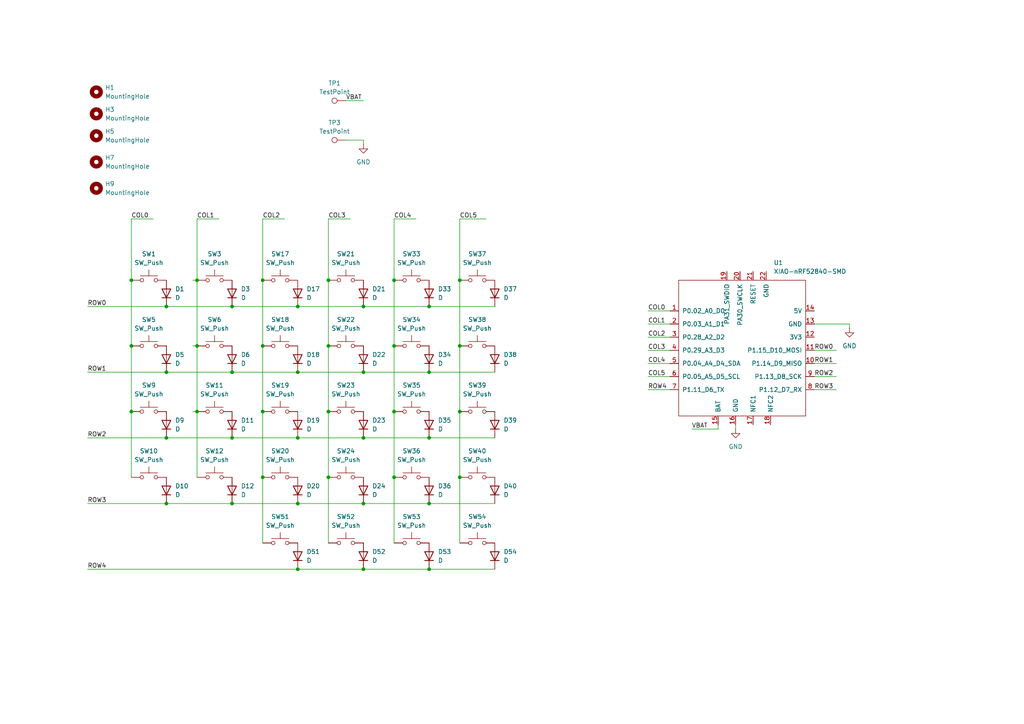
<source format=kicad_sch>
(kicad_sch (version 20250114) (generator "eeschema") (generator_version "9.0")
  (paper "A4")
  (lib_symbols
    (symbol "Connector:TestPoint" (pin_numbers (hide yes)) (pin_names (offset 0.762) (hide yes))
      (property "Reference" "TP" (at 0 6.858 0))
      (property "Value" "TestPoint" (at 0 5.08 0))
      (symbol "TestPoint_0_1"
        (circle (center 0 3.302) (radius 0.762))
      )
      (symbol "TestPoint_1_1"
        (pin passive line (at 0 0 90) (length 2.54) (name "1") (number "1"))
      )
    )
    (symbol "Device:D" (pin_numbers (hide yes)) (pin_names (offset 1.016) (hide yes))
      (property "Reference" "D" (at 0 2.54 0))
      (property "Value" "D" (at 0 -2.54 0))
      (symbol "D_0_1"
        (polyline (pts (xy -1.27 1.27) (xy -1.27 -1.27)) (stroke (width 0.254)))
        (polyline (pts (xy 1.27 1.27) (xy 1.27 -1.27) (xy -1.27 0) (xy 1.27 1.27)) (stroke (width 0.254)))
        (polyline (pts (xy 1.27 0) (xy -1.27 0)))
      )
      (symbol "D_1_1"
        (pin passive line (at -3.81 0 0) (length 2.54) (name "K") (number "1"))
        (pin passive line (at 3.81 0 180) (length 2.54) (name "A") (number "2"))
      )
    )
    (symbol "Mechanical:MountingHole" (pin_names (offset 1.016)) (in_bom no)
      (property "Reference" "H" (at 0 5.08 0))
      (property "Value" "MountingHole" (at 0 3.175 0))
      (symbol "MountingHole_0_1"
        (circle (center 0 0) (radius 1.27) (stroke (width 1.27)))
      )
    )
    (symbol "OPL:XIAO-nRF52840-SMD" (pin_names (offset 1.016))
      (property "Reference" "U" (at -18.542 23.114 0))
      (property "Value" "XIAO-nRF52840-SMD" (at -8.636 21.336 0))
      (symbol "XIAO-nRF52840-SMD_0_1"
        (rectangle (start -19.05 20.32) (end 17.78 -19.05))
      )
      (symbol "XIAO-nRF52840-SMD_1_1"
        (pin passive line (at -21.59 11.43 0) (length 2.54) (name "P0.02_A0_D0") (number "1"))
        (pin passive line (at -21.59 7.62 0) (length 2.54) (name "P0.03_A1_D1") (number "2"))
        (pin passive line (at -21.59 3.81 0) (length 2.54) (name "P0.28_A2_D2") (number "3"))
        (pin passive line (at -21.59 0 0) (length 2.54) (name "P0.29_A3_D3") (number "4"))
        (pin passive line (at -21.59 -3.81 0) (length 2.54) (name "P0.04_A4_D4_SDA") (number "5"))
        (pin passive line (at -21.59 -7.62 0) (length 2.54) (name "P0.05_A5_D5_SCL") (number "6"))
        (pin passive line (at -21.59 -11.43 0) (length 2.54) (name "P1.11_D6_TX") (number "7"))
        (pin passive line (at -7.62 -21.59 90) (length 2.54) (name "BAT") (number "15"))
        (pin passive line (at -5.08 22.86 270) (length 2.54) (name "PA31_SWDIO") (number "19"))
        (pin passive line (at -2.54 -21.59 90) (length 2.54) (name "GND") (number "16"))
        (pin passive line (at -1.27 22.86 270) (length 2.54) (name "PA30_SWCLK") (number "20"))
        (pin passive line (at 2.54 22.86 270) (length 2.54) (name "RESET") (number "21"))
        (pin passive line (at 2.54 -21.59 90) (length 2.54) (name "NFC1") (number "17"))
        (pin passive line (at 6.35 22.86 270) (length 2.54) (name "GND") (number "22"))
        (pin passive line (at 7.62 -21.59 90) (length 2.54) (name "NFC2") (number "18"))
        (pin passive line (at 20.32 11.43 180) (length 2.54) (name "5V") (number "14"))
        (pin passive line (at 20.32 7.62 180) (length 2.54) (name "GND") (number "13"))
        (pin passive line (at 20.32 3.81 180) (length 2.54) (name "3V3") (number "12"))
        (pin passive line (at 20.32 0 180) (length 2.54) (name "P1.15_D10_MOSI") (number "11"))
        (pin passive line (at 20.32 -3.81 180) (length 2.54) (name "P1.14_D9_MISO") (number "10"))
        (pin passive line (at 20.32 -7.62 180) (length 2.54) (name "P1.13_D8_SCK") (number "9"))
        (pin passive line (at 20.32 -11.43 180) (length 2.54) (name "P1.12_D7_RX") (number "8"))
      )
    )
    (symbol "Switch:SW_Push" (pin_numbers (hide yes)) (pin_names (offset 1.016) (hide yes))
      (property "Reference" "SW" (at 1.27 2.54 0))
      (property "Value" "SW_Push" (at 0 -1.524 0))
      (symbol "SW_Push_0_1"
        (circle (center -2.032 0) (radius 0.508))
        (polyline (pts (xy 0 1.27) (xy 0 3.048)))
        (circle (center 2.032 0) (radius 0.508))
        (polyline (pts (xy 2.54 1.27) (xy -2.54 1.27)))
        (pin passive line (at -5.08 0 0) (length 2.54) (name "1") (number "1"))
        (pin passive line (at 5.08 0 180) (length 2.54) (name "2") (number "2"))
      )
    )
    (symbol "power:GND" (power) (pin_numbers (hide yes)) (pin_names (offset 0) (hide yes))
      (property "Value" "GND" (at 0 -3.81 0))
      (symbol "GND_0_1"
        (polyline (pts (xy 0 0) (xy 0 -1.27) (xy 1.27 -1.27) (xy 0 -2.54) (xy -1.27 -1.27) (xy 0 -1.27)))
      )
      (symbol "GND_1_1"
        (pin power_in line (at 0 0 270) (length 0) (name "~") (number "1"))
      )
    )
  )
  (junction (at 114.3 138.43))
  (junction (at 38.1 81.28))
  (junction (at 114.3 81.28))
  (junction (at 48.26 88.9))
  (junction (at 76.2 81.28))
  (junction (at 95.25 81.28))
  (junction (at 57.15 119.38))
  (junction (at 57.15 81.28))
  (junction (at 114.3 119.38))
  (junction (at 124.46 146.05))
  (junction (at 48.26 107.95))
  (junction (at 38.1 100.33))
  (junction (at 86.36 165.1))
  (junction (at 95.25 138.43))
  (junction (at 86.36 127))
  (junction (at 133.35 81.28))
  (junction (at 57.15 100.33))
  (junction (at 67.31 127))
  (junction (at 95.25 119.38))
  (junction (at 76.2 138.43))
  (junction (at 67.31 146.05))
  (junction (at 124.46 88.9))
  (junction (at 133.35 119.38))
  (junction (at 133.35 138.43))
  (junction (at 114.3 100.33))
  (junction (at 124.46 127))
  (junction (at 105.41 107.95))
  (junction (at 133.35 100.33))
  (junction (at 48.26 146.05))
  (junction (at 124.46 165.1))
  (junction (at 86.36 107.95))
  (junction (at 76.2 100.33))
  (junction (at 105.41 165.1))
  (junction (at 124.46 107.95))
  (junction (at 48.26 127))
  (junction (at 67.31 88.9))
  (junction (at 105.41 127))
  (junction (at 105.41 88.9))
  (junction (at 76.2 119.38))
  (junction (at 38.1 119.38))
  (junction (at 86.36 88.9))
  (junction (at 95.25 100.33))
  (junction (at 105.41 146.05))
  (junction (at 86.36 146.05))
  (junction (at 67.31 107.95))
  (wire (pts (xy 105.41 127) (xy 124.46 127)))
  (wire (pts (xy 213.36 123.19) (xy 213.36 124.46)))
  (wire (pts (xy 67.31 127) (xy 86.36 127)))
  (wire (pts (xy 187.96 109.22) (xy 194.31 109.22)))
  (wire (pts (xy 105.41 107.95) (xy 124.46 107.95)))
  (wire (pts (xy 57.15 100.33) (xy 57.15 81.28)))
  (wire (pts (xy 187.96 93.98) (xy 194.31 93.98)))
  (wire (pts (xy 76.2 81.28) (xy 76.2 63.5)))
  (wire (pts (xy 124.46 88.9) (xy 143.51 88.9)))
  (wire (pts (xy 187.96 101.6) (xy 194.31 101.6)))
  (wire (pts (xy 76.2 138.43) (xy 76.2 157.48)))
  (wire (pts (xy 114.3 81.28) (xy 114.3 63.5)))
  (wire (pts (xy 133.35 138.43) (xy 133.35 157.48)))
  (wire (pts (xy 95.25 81.28) (xy 95.25 63.5)))
  (wire (pts (xy 25.4 88.9) (xy 48.26 88.9)))
  (wire (pts (xy 25.4 107.95) (xy 48.26 107.95)))
  (wire (pts (xy 124.46 165.1) (xy 143.51 165.1)))
  (wire (pts (xy 57.15 81.28) (xy 55.88 81.28)))
  (wire (pts (xy 236.22 101.6) (xy 242.57 101.6)))
  (wire (pts (xy 133.35 119.38) (xy 133.35 100.33)))
  (wire (pts (xy 105.41 40.64) (xy 105.41 41.91)))
  (wire (pts (xy 57.15 119.38) (xy 57.15 100.33)))
  (wire (pts (xy 124.46 146.05) (xy 143.51 146.05)))
  (wire (pts (xy 236.22 113.03) (xy 242.57 113.03)))
  (wire (pts (xy 105.41 146.05) (xy 124.46 146.05)))
  (wire (pts (xy 95.25 119.38) (xy 95.25 100.33)))
  (wire (pts (xy 76.2 138.43) (xy 76.2 119.38)))
  (wire (pts (xy 133.35 138.43) (xy 133.35 119.38)))
  (wire (pts (xy 208.28 123.19) (xy 208.28 124.46)))
  (wire (pts (xy 105.41 88.9) (xy 124.46 88.9)))
  (wire (pts (xy 133.35 100.33) (xy 133.35 81.28)))
  (wire (pts (xy 86.36 88.9) (xy 105.41 88.9)))
  (wire (pts (xy 95.25 100.33) (xy 95.25 81.28)))
  (wire (pts (xy 200.66 124.46) (xy 208.28 124.46)))
  (wire (pts (xy 48.26 107.95) (xy 67.31 107.95)))
  (wire (pts (xy 38.1 138.43) (xy 38.1 119.38)))
  (wire (pts (xy 124.46 107.95) (xy 143.51 107.95)))
  (wire (pts (xy 114.3 63.5) (xy 120.65 63.5)))
  (wire (pts (xy 57.15 138.43) (xy 57.15 119.38)))
  (wire (pts (xy 246.38 93.98) (xy 236.22 93.98)))
  (wire (pts (xy 86.36 165.1) (xy 105.41 165.1)))
  (wire (pts (xy 95.25 138.43) (xy 95.25 119.38)))
  (wire (pts (xy 236.22 109.22) (xy 242.57 109.22)))
  (wire (pts (xy 236.22 105.41) (xy 242.57 105.41)))
  (wire (pts (xy 114.3 138.43) (xy 114.3 119.38)))
  (wire (pts (xy 187.96 97.79) (xy 194.31 97.79)))
  (wire (pts (xy 246.38 95.25) (xy 246.38 93.98)))
  (wire (pts (xy 100.33 40.64) (xy 105.41 40.64)))
  (wire (pts (xy 25.4 165.1) (xy 86.36 165.1)))
  (wire (pts (xy 86.36 127) (xy 105.41 127)))
  (wire (pts (xy 76.2 63.5) (xy 82.55 63.5)))
  (wire (pts (xy 133.35 63.5) (xy 140.97 63.5)))
  (wire (pts (xy 57.15 100.33) (xy 55.88 100.33)))
  (wire (pts (xy 25.4 127) (xy 48.26 127)))
  (wire (pts (xy 38.1 100.33) (xy 38.1 81.28)))
  (wire (pts (xy 95.25 138.43) (xy 95.25 157.48)))
  (wire (pts (xy 67.31 146.05) (xy 86.36 146.05)))
  (wire (pts (xy 76.2 100.33) (xy 76.2 81.28)))
  (wire (pts (xy 86.36 146.05) (xy 105.41 146.05)))
  (wire (pts (xy 114.3 138.43) (xy 114.3 157.48)))
  (wire (pts (xy 38.1 119.38) (xy 38.1 100.33)))
  (wire (pts (xy 48.26 146.05) (xy 67.31 146.05)))
  (wire (pts (xy 187.96 113.03) (xy 194.31 113.03)))
  (wire (pts (xy 95.25 63.5) (xy 101.6 63.5)))
  (wire (pts (xy 48.26 88.9) (xy 67.31 88.9)))
  (wire (pts (xy 105.41 165.1) (xy 124.46 165.1)))
  (wire (pts (xy 38.1 81.28) (xy 38.1 63.5)))
  (wire (pts (xy 114.3 119.38) (xy 114.3 100.33)))
  (wire (pts (xy 57.15 63.5) (xy 63.5 63.5)))
  (wire (pts (xy 187.96 105.41) (xy 194.31 105.41)))
  (wire (pts (xy 100.33 29.21) (xy 105.41 29.21)))
  (wire (pts (xy 187.96 90.17) (xy 194.31 90.17)))
  (wire (pts (xy 57.15 119.38) (xy 55.88 119.38)))
  (wire (pts (xy 57.15 63.5) (xy 57.15 81.28)))
  (wire (pts (xy 67.31 88.9) (xy 86.36 88.9)))
  (wire (pts (xy 48.26 127) (xy 67.31 127)))
  (wire (pts (xy 114.3 100.33) (xy 114.3 81.28)))
  (wire (pts (xy 86.36 107.95) (xy 105.41 107.95)))
  (wire (pts (xy 67.31 107.95) (xy 86.36 107.95)))
  (wire (pts (xy 76.2 119.38) (xy 76.2 100.33)))
  (wire (pts (xy 38.1 63.5) (xy 44.45 63.5)))
  (wire (pts (xy 124.46 127) (xy 143.51 127)))
  (wire (pts (xy 25.4 146.05) (xy 48.26 146.05)))
  (wire (pts (xy 133.35 81.28) (xy 133.35 63.5)))
  (label "COL4" (at 114.3 63.5 0))
  (label "COL0" (at 187.96 90.17 0))
  (label "ROW0" (at 25.4 88.9 0))
  (label "ROW4" (at 25.4 165.1 0))
  (label "ROW0" (at 236.22 101.6 0))
  (label "ROW4" (at 187.96 113.03 0))
  (label "VBAT" (at 200.66 124.46 0))
  (label "COL5" (at 187.96 109.22 0))
  (label "ROW1" (at 25.4 107.95 0))
  (label "COL5" (at 133.35 63.5 0))
  (label "ROW3" (at 25.4 146.05 0))
  (label "ROW2" (at 236.22 109.22 0))
  (label "COL1" (at 57.15 63.5 0))
  (label "COL2" (at 187.96 97.79 0))
  (label "COL3" (at 95.25 63.5 0))
  (label "VBAT" (at 100.33 29.21 0))
  (label "COL4" (at 187.96 105.41 0))
  (label "ROW2" (at 25.4 127 0))
  (label "COL1" (at 187.96 93.98 0))
  (label "ROW3" (at 236.22 113.03 0))
  (label "ROW1" (at 236.22 105.41 0))
  (label "COL2" (at 76.2 63.5 0))
  (label "COL0" (at 38.1 63.5 0))
  (label "COL3" (at 187.96 101.6 0))
  (symbol (lib_id "Switch:SW_Push") (at 100.33 119.38 0) (unit 1)
    (property "Reference" "SW23" (at 100.33 111.76 0))
    (property "Value" "SW_Push" (at 100.33 114.3 0))
    (property "Footprint" "PCM_marbastlib-choc:SW_choc_v1_HS_CPG135001S30_1u" (effects (hide yes)))
    (property "Description" "Push button switch, generic, two pins" (effects (hide yes)))
    (instances (project "VoyagerSplitKicad" (path "" (reference "SW23") (unit 1)) (path "" (reference "SW31") (unit 1))))
  )
  (symbol (lib_id "Switch:SW_Push") (at 138.43 157.48 0) (unit 1)
    (property "Reference" "SW54" (at 138.43 149.86 0))
    (property "Value" "SW_Push" (at 138.43 152.4 0))
    (property "Footprint" "PCM_marbastlib-choc:SW_choc_v1_HS_CPG135001S30_1u" (effects (hide yes)))
    (property "Description" "Push button switch, generic, two pins" (effects (hide yes)))
    (instances (project "VoyagerSplitKicad" (path "" (reference "SW54") (unit 1)) (path "" (reference "SW60") (unit 1))))
  )
  (symbol (lib_id "Switch:SW_Push") (at 119.38 81.28 0) (unit 1)
    (property "Reference" "SW33" (at 119.38 73.66 0))
    (property "Value" "SW_Push" (at 119.38 76.2 0))
    (property "Footprint" "PCM_marbastlib-choc:SW_choc_v1_HS_CPG135001S30_1u" (effects (hide yes)))
    (property "Description" "Push button switch, generic, two pins" (effects (hide yes)))
    (instances (project "VoyagerSplitKicad" (path "" (reference "SW33") (unit 1)) (path "" (reference "SW41") (unit 1))))
  )
  (symbol (lib_id "Device:D") (at 67.31 85.09 90) (unit 1)
    (property "Reference" "D3" (at 69.85 83.8199 90) (effects (justify right)))
    (property "Value" "D" (at 69.85 86.3599 90) (effects (justify right)))
    (property "Footprint" "Diode_SMD:D_SOD-123" (effects (hide yes)))
    (property "Description" "Diode" (effects (hide yes)))
    (property "Sim.Device" "D" (effects (hide yes)))
    (property "Sim.Pins" "1=K 2=A" (effects (hide yes)))
    (instances (project "VoyagerSplitKicad" (path "" (reference "D3") (unit 1)) (path "" (reference "D4") (unit 1))))
  )
  (symbol (lib_id "Switch:SW_Push") (at 81.28 157.48 0) (unit 1)
    (property "Reference" "SW51" (at 81.28 149.86 0))
    (property "Value" "SW_Push" (at 81.28 152.4 0))
    (property "Footprint" "PCM_marbastlib-choc:SW_choc_v1_HS_CPG135001S30_1u" (effects (hide yes)))
    (property "Description" "Push button switch, generic, two pins" (effects (hide yes)))
    (instances (project "VoyagerSplitKicad" (path "" (reference "SW51") (unit 1)) (path "" (reference "SW57") (unit 1))))
  )
  (symbol (lib_id "Device:D") (at 48.26 123.19 90) (unit 1)
    (property "Reference" "D9" (at 50.8 121.9199 90) (effects (justify right)))
    (property "Value" "D" (at 50.8 124.4599 90) (effects (justify right)))
    (property "Footprint" "Diode_SMD:D_SOD-123" (effects (hide yes)))
    (property "Description" "Diode" (effects (hide yes)))
    (property "Sim.Device" "D" (effects (hide yes)))
    (property "Sim.Pins" "1=K 2=A" (effects (hide yes)))
    (instances (project "VoyagerSplitKicad" (path "" (reference "D9") (unit 1)) (path "" (reference "D13") (unit 1))))
  )
  (symbol (lib_id "Device:D") (at 124.46 161.29 90) (unit 1)
    (property "Reference" "D53" (at 127 160.0199 90) (effects (justify right)))
    (property "Value" "D" (at 127 162.5599 90) (effects (justify right)))
    (property "Footprint" "Diode_SMD:D_SOD-123" (effects (hide yes)))
    (property "Description" "Diode" (effects (hide yes)))
    (property "Sim.Device" "D" (effects (hide yes)))
    (property "Sim.Pins" "1=K 2=A" (effects (hide yes)))
    (instances (project "VoyagerSplitKicad" (path "" (reference "D53") (unit 1)) (path "" (reference "D59") (unit 1))))
  )
  (symbol (lib_id "Device:D") (at 105.41 85.09 90) (unit 1)
    (property "Reference" "D21" (at 107.95 83.8199 90) (effects (justify right)))
    (property "Value" "D" (at 107.95 86.3599 90) (effects (justify right)))
    (property "Footprint" "Diode_SMD:D_SOD-123" (effects (hide yes)))
    (property "Description" "Diode" (effects (hide yes)))
    (property "Sim.Device" "D" (effects (hide yes)))
    (property "Sim.Pins" "1=K 2=A" (effects (hide yes)))
    (instances (project "VoyagerSplitKicad" (path "" (reference "D21") (unit 1)) (path "" (reference "D29") (unit 1))))
  )
  (symbol (lib_id "Connector:TestPoint") (at 100.33 29.21 90) (unit 1)
    (property "Reference" "TP1" (at 97.028 24.13 90))
    (property "Value" "TestPoint" (at 97.028 26.67 90))
    (property "Footprint" "TestPoint:TestPoint_Pad_D2.0mm" (effects (hide yes)))
    (property "Description" "test point" (effects (hide yes)))
    (instances (project "" (path "" (reference "TP1") (unit 1)) (path "" (reference "TP2") (unit 1))))
  )
  (symbol (lib_id "Switch:SW_Push") (at 138.43 138.43 0) (unit 1)
    (property "Reference" "SW40" (at 138.43 130.81 0))
    (property "Value" "SW_Push" (at 138.43 133.35 0))
    (property "Footprint" "PCM_marbastlib-choc:SW_choc_v1_HS_CPG135001S30_1u" (effects (hide yes)))
    (property "Description" "Push button switch, generic, two pins" (effects (hide yes)))
    (instances (project "VoyagerSplitKicad" (path "" (reference "SW40") (unit 1)) (path "" (reference "SW48") (unit 1))))
  )
  (symbol (lib_id "Device:D") (at 86.36 85.09 90) (unit 1)
    (property "Reference" "D17" (at 88.9 83.8199 90) (effects (justify right)))
    (property "Value" "D" (at 88.9 86.3599 90) (effects (justify right)))
    (property "Footprint" "Diode_SMD:D_SOD-123" (effects (hide yes)))
    (property "Description" "Diode" (effects (hide yes)))
    (property "Sim.Device" "D" (effects (hide yes)))
    (property "Sim.Pins" "1=K 2=A" (effects (hide yes)))
    (instances (project "VoyagerSplitKicad" (path "" (reference "D17") (unit 1)) (path "" (reference "D25") (unit 1))))
  )
  (symbol (lib_id "Device:D") (at 67.31 123.19 90) (unit 1)
    (property "Reference" "D11" (at 69.85 121.9199 90) (effects (justify right)))
    (property "Value" "D" (at 69.85 124.4599 90) (effects (justify right)))
    (property "Footprint" "Diode_SMD:D_SOD-123" (effects (hide yes)))
    (property "Description" "Diode" (effects (hide yes)))
    (property "Sim.Device" "D" (effects (hide yes)))
    (property "Sim.Pins" "1=K 2=A" (effects (hide yes)))
    (instances (project "VoyagerSplitKicad" (path "" (reference "D11") (unit 1)) (path "" (reference "D15") (unit 1))))
  )
  (symbol (lib_id "Switch:SW_Push") (at 100.33 100.33 0) (unit 1)
    (property "Reference" "SW22" (at 100.33 92.71 0))
    (property "Value" "SW_Push" (at 100.33 95.25 0))
    (property "Footprint" "PCM_marbastlib-choc:SW_choc_v1_HS_CPG135001S30_1u" (effects (hide yes)))
    (property "Description" "Push button switch, generic, two pins" (effects (hide yes)))
    (instances (project "VoyagerSplitKicad" (path "" (reference "SW22") (unit 1)) (path "" (reference "SW30") (unit 1))))
  )
  (symbol (lib_id "Mechanical:MountingHole") (at 27.94 33.02 0) (unit 1) (in_bom no)
    (property "Reference" "H3" (at 30.48 31.7499 0) (effects (justify left)))
    (property "Value" "MountingHole" (at 30.48 34.2899 0) (effects (justify left)))
    (property "Footprint" "MountingHole:MountingHole_2.2mm_M2" (effects (hide yes)))
    (property "Description" "Mounting Hole without connection" (effects (hide yes)))
    (instances (project "VoyagerSplitKicad" (path "" (reference "H3") (unit 1)) (path "" (reference "H4") (unit 1))))
  )
  (symbol (lib_id "Device:D") (at 124.46 123.19 90) (unit 1)
    (property "Reference" "D35" (at 127 121.9199 90) (effects (justify right)))
    (property "Value" "D" (at 127 124.4599 90) (effects (justify right)))
    (property "Footprint" "Diode_SMD:D_SOD-123" (effects (hide yes)))
    (property "Description" "Diode" (effects (hide yes)))
    (property "Sim.Device" "D" (effects (hide yes)))
    (property "Sim.Pins" "1=K 2=A" (effects (hide yes)))
    (instances (project "VoyagerSplitKicad" (path "" (reference "D35") (unit 1)) (path "" (reference "D43") (unit 1))))
  )
  (symbol (lib_id "Mechanical:MountingHole") (at 27.94 46.99 0) (unit 1) (in_bom no)
    (property "Reference" "H7" (at 30.48 45.7199 0) (effects (justify left)))
    (property "Value" "MountingHole" (at 30.48 48.2599 0) (effects (justify left)))
    (property "Footprint" "MountingHole:MountingHole_2.2mm_M2" (effects (hide yes)))
    (property "Description" "Mounting Hole without connection" (effects (hide yes)))
    (instances (project "VoyagerSplitKicad" (path "" (reference "H7") (unit 1)) (path "" (reference "H8") (unit 1))))
  )
  (symbol (lib_id "Switch:SW_Push") (at 43.18 100.33 0) (unit 1)
    (property "Reference" "SW5" (at 43.18 92.71 0))
    (property "Value" "SW_Push" (at 43.18 95.25 0))
    (property "Footprint" "PCM_marbastlib-choc:SW_choc_v1_HS_CPG135001S30_1u" (effects (hide yes)))
    (property "Description" "Push button switch, generic, two pins" (effects (hide yes)))
    (instances (project "VoyagerSplitKicad" (path "" (reference "SW5") (unit 1)) (path "" (reference "SW7") (unit 1))))
  )
  (symbol (lib_id "Device:D") (at 143.51 104.14 90) (unit 1)
    (property "Reference" "D38" (at 146.05 102.8699 90) (effects (justify right)))
    (property "Value" "D" (at 146.05 105.4099 90) (effects (justify right)))
    (property "Footprint" "Diode_SMD:D_SOD-123" (effects (hide yes)))
    (property "Description" "Diode" (effects (hide yes)))
    (property "Sim.Device" "D" (effects (hide yes)))
    (property "Sim.Pins" "1=K 2=A" (effects (hide yes)))
    (instances (project "VoyagerSplitKicad" (path "" (reference "D38") (unit 1)) (path "" (reference "D46") (unit 1))))
  )
  (symbol (lib_id "power:GND") (at 213.36 124.46 0) (unit 1)
    (property "Reference" "#PWR03" (effects (hide yes)))
    (property "Value" "GND" (at 213.36 129.54 0))
    (property "Description" "Power symbol creates a global label with name \"GND\" , ground" (effects (hide yes)))
    (instances (project "VoyagerSplitKicad" (path "" (reference "#PWR03") (unit 1)) (path "" (reference "#PWR04") (unit 1))))
  )
  (symbol (lib_id "OPL:XIAO-nRF52840-SMD") (at 215.9 101.6 0) (unit 1)
    (property "Reference" "U1" (at 224.3933 76.2 0) (effects (justify left)))
    (property "Value" "XIAO-nRF52840-SMD" (at 224.3933 78.74 0) (effects (justify left)))
    (property "Footprint" "Seeed Studio XIAO Series Library:modified-XIAO-nRF52840-SMD" (effects (hide yes)))
    (instances (project "" (path "" (reference "U1") (unit 1)) (path "" (reference "U2") (unit 1))))
  )
  (symbol (lib_id "Device:D") (at 105.41 123.19 90) (unit 1)
    (property "Reference" "D23" (at 107.95 121.9199 90) (effects (justify right)))
    (property "Value" "D" (at 107.95 124.4599 90) (effects (justify right)))
    (property "Footprint" "Diode_SMD:D_SOD-123" (effects (hide yes)))
    (property "Description" "Diode" (effects (hide yes)))
    (property "Sim.Device" "D" (effects (hide yes)))
    (property "Sim.Pins" "1=K 2=A" (effects (hide yes)))
    (instances (project "VoyagerSplitKicad" (path "" (reference "D23") (unit 1)) (path "" (reference "D31") (unit 1))))
  )
  (symbol (lib_id "Connector:TestPoint") (at 100.33 40.64 90) (unit 1)
    (property "Reference" "TP3" (at 97.028 35.56 90))
    (property "Value" "TestPoint" (at 97.028 38.1 90))
    (property "Footprint" "TestPoint:TestPoint_Pad_D2.0mm" (effects (hide yes)))
    (property "Description" "test point" (effects (hide yes)))
    (instances (project "VoyagerSplitKicad" (path "" (reference "TP3") (unit 1)) (path "" (reference "TP4") (unit 1))))
  )
  (symbol (lib_id "Switch:SW_Push") (at 81.28 138.43 0) (unit 1)
    (property "Reference" "SW20" (at 81.28 130.81 0))
    (property "Value" "SW_Push" (at 81.28 133.35 0))
    (property "Footprint" "PCM_marbastlib-choc:SW_choc_v1_HS_CPG135001S30_1u" (effects (hide yes)))
    (property "Description" "Push button switch, generic, two pins" (effects (hide yes)))
    (instances (project "VoyagerSplitKicad" (path "" (reference "SW20") (unit 1)) (path "" (reference "SW28") (unit 1))))
  )
  (symbol (lib_id "Mechanical:MountingHole") (at 27.94 26.67 0) (unit 1) (in_bom no)
    (property "Reference" "H1" (at 30.48 25.3999 0) (effects (justify left)))
    (property "Value" "MountingHole" (at 30.48 27.9399 0) (effects (justify left)))
    (property "Footprint" "MountingHole:MountingHole_2.2mm_M2" (effects (hide yes)))
    (property "Description" "Mounting Hole without connection" (effects (hide yes)))
    (instances (project "" (path "" (reference "H1") (unit 1)) (path "" (reference "H2") (unit 1))))
  )
  (symbol (lib_id "Device:D") (at 124.46 104.14 90) (unit 1)
    (property "Reference" "D34" (at 127 102.8699 90) (effects (justify right)))
    (property "Value" "D" (at 127 105.4099 90) (effects (justify right)))
    (property "Footprint" "Diode_SMD:D_SOD-123" (effects (hide yes)))
    (property "Description" "Diode" (effects (hide yes)))
    (property "Sim.Device" "D" (effects (hide yes)))
    (property "Sim.Pins" "1=K 2=A" (effects (hide yes)))
    (instances (project "VoyagerSplitKicad" (path "" (reference "D34") (unit 1)) (path "" (reference "D42") (unit 1))))
  )
  (symbol (lib_id "Switch:SW_Push") (at 138.43 100.33 0) (unit 1)
    (property "Reference" "SW38" (at 138.43 92.71 0))
    (property "Value" "SW_Push" (at 138.43 95.25 0))
    (property "Footprint" "PCM_marbastlib-choc:SW_choc_v1_HS_CPG135001S30_1u" (effects (hide yes)))
    (property "Description" "Push button switch, generic, two pins" (effects (hide yes)))
    (instances (project "VoyagerSplitKicad" (path "" (reference "SW38") (unit 1)) (path "" (reference "SW46") (unit 1))))
  )
  (symbol (lib_id "power:GND") (at 246.38 95.25 0) (unit 1)
    (property "Reference" "#PWR05" (effects (hide yes)))
    (property "Value" "GND" (at 246.38 100.33 0))
    (property "Description" "Power symbol creates a global label with name \"GND\" , ground" (effects (hide yes)))
    (instances (project "VoyagerSplitKicad" (path "" (reference "#PWR05") (unit 1)) (path "" (reference "#PWR06") (unit 1))))
  )
  (symbol (lib_id "Device:D") (at 48.26 85.09 90) (unit 1)
    (property "Reference" "D1" (at 50.8 83.8199 90) (effects (justify right)))
    (property "Value" "D" (at 50.8 86.3599 90) (effects (justify right)))
    (property "Footprint" "Diode_SMD:D_SOD-123" (effects (hide yes)))
    (property "Description" "Diode" (effects (hide yes)))
    (property "Sim.Device" "D" (effects (hide yes)))
    (property "Sim.Pins" "1=K 2=A" (effects (hide yes)))
    (instances (project "" (path "" (reference "D1") (unit 1)) (path "" (reference "D2") (unit 1))))
  )
  (symbol (lib_id "Device:D") (at 105.41 104.14 90) (unit 1)
    (property "Reference" "D22" (at 107.95 102.8699 90) (effects (justify right)))
    (property "Value" "D" (at 107.95 105.4099 90) (effects (justify right)))
    (property "Footprint" "Diode_SMD:D_SOD-123" (effects (hide yes)))
    (property "Description" "Diode" (effects (hide yes)))
    (property "Sim.Device" "D" (effects (hide yes)))
    (property "Sim.Pins" "1=K 2=A" (effects (hide yes)))
    (instances (project "VoyagerSplitKicad" (path "" (reference "D22") (unit 1)) (path "" (reference "D30") (unit 1))))
  )
  (symbol (lib_id "Device:D") (at 143.51 123.19 90) (unit 1)
    (property "Reference" "D39" (at 146.05 121.9199 90) (effects (justify right)))
    (property "Value" "D" (at 146.05 124.4599 90) (effects (justify right)))
    (property "Footprint" "Diode_SMD:D_SOD-123" (effects (hide yes)))
    (property "Description" "Diode" (effects (hide yes)))
    (property "Sim.Device" "D" (effects (hide yes)))
    (property "Sim.Pins" "1=K 2=A" (effects (hide yes)))
    (instances (project "VoyagerSplitKicad" (path "" (reference "D39") (unit 1)) (path "" (reference "D47") (unit 1))))
  )
  (symbol (lib_id "Switch:SW_Push") (at 119.38 157.48 0) (unit 1)
    (property "Reference" "SW53" (at 119.38 149.86 0))
    (property "Value" "SW_Push" (at 119.38 152.4 0))
    (property "Footprint" "PCM_marbastlib-choc:SW_choc_v1_HS_CPG135001S30_1u" (effects (hide yes)))
    (property "Description" "Push button switch, generic, two pins" (effects (hide yes)))
    (instances (project "VoyagerSplitKicad" (path "" (reference "SW53") (unit 1)) (path "" (reference "SW59") (unit 1))))
  )
  (symbol (lib_id "Device:D") (at 67.31 142.24 90) (unit 1)
    (property "Reference" "D12" (at 69.85 140.9699 90) (effects (justify right)))
    (property "Value" "D" (at 69.85 143.5099 90) (effects (justify right)))
    (property "Footprint" "Diode_SMD:D_SOD-123" (effects (hide yes)))
    (property "Description" "Diode" (effects (hide yes)))
    (property "Sim.Device" "D" (effects (hide yes)))
    (property "Sim.Pins" "1=K 2=A" (effects (hide yes)))
    (instances (project "VoyagerSplitKicad" (path "" (reference "D12") (unit 1)) (path "" (reference "D16") (unit 1))))
  )
  (symbol (lib_id "Mechanical:MountingHole") (at 27.94 54.61 0) (unit 1) (in_bom no)
    (property "Reference" "H9" (at 30.48 53.3399 0) (effects (justify left)))
    (property "Value" "MountingHole" (at 30.48 55.8799 0) (effects (justify left)))
    (property "Footprint" "MountingHole:MountingHole_2.2mm_M2" (effects (hide yes)))
    (property "Description" "Mounting Hole without connection" (effects (hide yes)))
    (instances (project "VoyagerSplitKicad" (path "" (reference "H9") (unit 1)) (path "" (reference "H10") (unit 1))))
  )
  (symbol (lib_id "Switch:SW_Push") (at 81.28 119.38 0) (unit 1)
    (property "Reference" "SW19" (at 81.28 111.76 0))
    (property "Value" "SW_Push" (at 81.28 114.3 0))
    (property "Footprint" "PCM_marbastlib-choc:SW_choc_v1_HS_CPG135001S30_1u" (effects (hide yes)))
    (property "Description" "Push button switch, generic, two pins" (effects (hide yes)))
    (instances (project "VoyagerSplitKicad" (path "" (reference "SW19") (unit 1)) (path "" (reference "SW27") (unit 1))))
  )
  (symbol (lib_id "Switch:SW_Push") (at 43.18 138.43 0) (unit 1)
    (property "Reference" "SW10" (at 43.18 130.81 0))
    (property "Value" "SW_Push" (at 43.18 133.35 0))
    (property "Footprint" "PCM_marbastlib-choc:SW_choc_v1_HS_CPG135001S30_1u" (effects (hide yes)))
    (property "Description" "Push button switch, generic, two pins" (effects (hide yes)))
    (instances (project "VoyagerSplitKicad" (path "" (reference "SW10") (unit 1)) (path "" (reference "SW14") (unit 1))))
  )
  (symbol (lib_id "Switch:SW_Push") (at 100.33 157.48 0) (unit 1)
    (property "Reference" "SW52" (at 100.33 149.86 0))
    (property "Value" "SW_Push" (at 100.33 152.4 0))
    (property "Footprint" "PCM_marbastlib-choc:SW_choc_v1_HS_CPG135001S30_1u" (effects (hide yes)))
    (property "Description" "Push button switch, generic, two pins" (effects (hide yes)))
    (instances (project "VoyagerSplitKicad" (path "" (reference "SW52") (unit 1)) (path "" (reference "SW58") (unit 1))))
  )
  (symbol (lib_id "power:GND") (at 105.41 41.91 0) (unit 1)
    (property "Reference" "#PWR01" (effects (hide yes)))
    (property "Value" "GND" (at 105.41 46.99 0))
    (property "Description" "Power symbol creates a global label with name \"GND\" , ground" (effects (hide yes)))
    (instances (project "" (path "" (reference "#PWR01") (unit 1)) (path "" (reference "#PWR02") (unit 1))))
  )
  (symbol (lib_id "Switch:SW_Push") (at 43.18 119.38 0) (unit 1)
    (property "Reference" "SW9" (at 43.18 111.76 0))
    (property "Value" "SW_Push" (at 43.18 114.3 0))
    (property "Footprint" "PCM_marbastlib-choc:SW_choc_v1_HS_CPG135001S30_1u" (effects (hide yes)))
    (property "Description" "Push button switch, generic, two pins" (effects (hide yes)))
    (instances (project "VoyagerSplitKicad" (path "" (reference "SW9") (unit 1)) (path "" (reference "SW13") (unit 1))))
  )
  (symbol (lib_id "Switch:SW_Push") (at 62.23 81.28 0) (unit 1)
    (property "Reference" "SW3" (at 62.23 73.66 0))
    (property "Value" "SW_Push" (at 62.23 76.2 0))
    (property "Footprint" "PCM_marbastlib-choc:SW_choc_v1_HS_CPG135001S30_1u" (effects (hide yes)))
    (property "Description" "Push button switch, generic, two pins" (effects (hide yes)))
    (instances (project "VoyagerSplitKicad" (path "" (reference "SW3") (unit 1)) (path "" (reference "SW4") (unit 1))))
  )
  (symbol (lib_id "Switch:SW_Push") (at 62.23 100.33 0) (unit 1)
    (property "Reference" "SW6" (at 62.23 92.71 0))
    (property "Value" "SW_Push" (at 62.23 95.25 0))
    (property "Footprint" "PCM_marbastlib-choc:SW_choc_v1_HS_CPG135001S30_1u" (effects (hide yes)))
    (property "Description" "Push button switch, generic, two pins" (effects (hide yes)))
    (instances (project "VoyagerSplitKicad" (path "" (reference "SW6") (unit 1)) (path "" (reference "SW8") (unit 1))))
  )
  (symbol (lib_id "Switch:SW_Push") (at 100.33 138.43 0) (unit 1)
    (property "Reference" "SW24" (at 100.33 130.81 0))
    (property "Value" "SW_Push" (at 100.33 133.35 0))
    (property "Footprint" "PCM_marbastlib-choc:SW_choc_v1_HS_CPG135001S30_1u" (effects (hide yes)))
    (property "Description" "Push button switch, generic, two pins" (effects (hide yes)))
    (instances (project "VoyagerSplitKicad" (path "" (reference "SW24") (unit 1)) (path "" (reference "SW32") (unit 1))))
  )
  (symbol (lib_id "Device:D") (at 105.41 161.29 90) (unit 1)
    (property "Reference" "D52" (at 107.95 160.0199 90) (effects (justify right)))
    (property "Value" "D" (at 107.95 162.5599 90) (effects (justify right)))
    (property "Footprint" "Diode_SMD:D_SOD-123" (effects (hide yes)))
    (property "Description" "Diode" (effects (hide yes)))
    (property "Sim.Device" "D" (effects (hide yes)))
    (property "Sim.Pins" "1=K 2=A" (effects (hide yes)))
    (instances (project "VoyagerSplitKicad" (path "" (reference "D52") (unit 1)) (path "" (reference "D58") (unit 1))))
  )
  (symbol (lib_id "Device:D") (at 67.31 104.14 90) (unit 1)
    (property "Reference" "D6" (at 69.85 102.8699 90) (effects (justify right)))
    (property "Value" "D" (at 69.85 105.4099 90) (effects (justify right)))
    (property "Footprint" "Diode_SMD:D_SOD-123" (effects (hide yes)))
    (property "Description" "Diode" (effects (hide yes)))
    (property "Sim.Device" "D" (effects (hide yes)))
    (property "Sim.Pins" "1=K 2=A" (effects (hide yes)))
    (instances (project "VoyagerSplitKicad" (path "" (reference "D6") (unit 1)) (path "" (reference "D8") (unit 1))))
  )
  (symbol (lib_id "Switch:SW_Push") (at 100.33 81.28 0) (unit 1)
    (property "Reference" "SW21" (at 100.33 73.66 0))
    (property "Value" "SW_Push" (at 100.33 76.2 0))
    (property "Footprint" "PCM_marbastlib-choc:SW_choc_v1_HS_CPG135001S30_1u" (effects (hide yes)))
    (property "Description" "Push button switch, generic, two pins" (effects (hide yes)))
    (instances (project "VoyagerSplitKicad" (path "" (reference "SW21") (unit 1)) (path "" (reference "SW29") (unit 1))))
  )
  (symbol (lib_id "Switch:SW_Push") (at 119.38 119.38 0) (unit 1)
    (property "Reference" "SW35" (at 119.38 111.76 0))
    (property "Value" "SW_Push" (at 119.38 114.3 0))
    (property "Footprint" "PCM_marbastlib-choc:SW_choc_v1_HS_CPG135001S30_1u" (effects (hide yes)))
    (property "Description" "Push button switch, generic, two pins" (effects (hide yes)))
    (instances (project "VoyagerSplitKicad" (path "" (reference "SW35") (unit 1)) (path "" (reference "SW43") (unit 1))))
  )
  (symbol (lib_id "Device:D") (at 48.26 104.14 90) (unit 1)
    (property "Reference" "D5" (at 50.8 102.8699 90) (effects (justify right)))
    (property "Value" "D" (at 50.8 105.4099 90) (effects (justify right)))
    (property "Footprint" "Diode_SMD:D_SOD-123" (effects (hide yes)))
    (property "Description" "Diode" (effects (hide yes)))
    (property "Sim.Device" "D" (effects (hide yes)))
    (property "Sim.Pins" "1=K 2=A" (effects (hide yes)))
    (instances (project "VoyagerSplitKicad" (path "" (reference "D5") (unit 1)) (path "" (reference "D7") (unit 1))))
  )
  (symbol (lib_id "Mechanical:MountingHole") (at 27.94 39.37 0) (unit 1) (in_bom no)
    (property "Reference" "H5" (at 30.48 38.0999 0) (effects (justify left)))
    (property "Value" "MountingHole" (at 30.48 40.6399 0) (effects (justify left)))
    (property "Footprint" "MountingHole:MountingHole_2.2mm_M2" (effects (hide yes)))
    (property "Description" "Mounting Hole without connection" (effects (hide yes)))
    (instances (project "VoyagerSplitKicad" (path "" (reference "H5") (unit 1)) (path "" (reference "H6") (unit 1))))
  )
  (symbol (lib_id "Switch:SW_Push") (at 138.43 81.28 0) (unit 1)
    (property "Reference" "SW37" (at 138.43 73.66 0))
    (property "Value" "SW_Push" (at 138.43 76.2 0))
    (property "Footprint" "PCM_marbastlib-choc:SW_choc_v1_HS_CPG135001S30_1u" (effects (hide yes)))
    (property "Description" "Push button switch, generic, two pins" (effects (hide yes)))
    (instances (project "VoyagerSplitKicad" (path "" (reference "SW37") (unit 1)) (path "" (reference "SW45") (unit 1))))
  )
  (symbol (lib_id "Device:D") (at 143.51 85.09 90) (unit 1)
    (property "Reference" "D37" (at 146.05 83.8199 90) (effects (justify right)))
    (property "Value" "D" (at 146.05 86.3599 90) (effects (justify right)))
    (property "Footprint" "Diode_SMD:D_SOD-123" (effects (hide yes)))
    (property "Description" "Diode" (effects (hide yes)))
    (property "Sim.Device" "D" (effects (hide yes)))
    (property "Sim.Pins" "1=K 2=A" (effects (hide yes)))
    (instances (project "VoyagerSplitKicad" (path "" (reference "D37") (unit 1)) (path "" (reference "D45") (unit 1))))
  )
  (symbol (lib_id "Device:D") (at 143.51 161.29 90) (unit 1)
    (property "Reference" "D54" (at 146.05 160.0199 90) (effects (justify right)))
    (property "Value" "D" (at 146.05 162.5599 90) (effects (justify right)))
    (property "Footprint" "Diode_SMD:D_SOD-123" (effects (hide yes)))
    (property "Description" "Diode" (effects (hide yes)))
    (property "Sim.Device" "D" (effects (hide yes)))
    (property "Sim.Pins" "1=K 2=A" (effects (hide yes)))
    (instances (project "VoyagerSplitKicad" (path "" (reference "D54") (unit 1)) (path "" (reference "D60") (unit 1))))
  )
  (symbol (lib_id "Device:D") (at 86.36 161.29 90) (unit 1)
    (property "Reference" "D51" (at 88.9 160.0199 90) (effects (justify right)))
    (property "Value" "D" (at 88.9 162.5599 90) (effects (justify right)))
    (property "Footprint" "Diode_SMD:D_SOD-123" (effects (hide yes)))
    (property "Description" "Diode" (effects (hide yes)))
    (property "Sim.Device" "D" (effects (hide yes)))
    (property "Sim.Pins" "1=K 2=A" (effects (hide yes)))
    (instances (project "VoyagerSplitKicad" (path "" (reference "D51") (unit 1)) (path "" (reference "D57") (unit 1))))
  )
  (symbol (lib_id "Device:D") (at 86.36 104.14 90) (unit 1)
    (property "Reference" "D18" (at 88.9 102.8699 90) (effects (justify right)))
    (property "Value" "D" (at 88.9 105.4099 90) (effects (justify right)))
    (property "Footprint" "Diode_SMD:D_SOD-123" (effects (hide yes)))
    (property "Description" "Diode" (effects (hide yes)))
    (property "Sim.Device" "D" (effects (hide yes)))
    (property "Sim.Pins" "1=K 2=A" (effects (hide yes)))
    (instances (project "VoyagerSplitKicad" (path "" (reference "D18") (unit 1)) (path "" (reference "D26") (unit 1))))
  )
  (symbol (lib_id "Switch:SW_Push") (at 62.23 119.38 0) (unit 1)
    (property "Reference" "SW11" (at 62.23 111.76 0))
    (property "Value" "SW_Push" (at 62.23 114.3 0))
    (property "Footprint" "PCM_marbastlib-choc:SW_choc_v1_HS_CPG135001S30_1u" (effects (hide yes)))
    (property "Description" "Push button switch, generic, two pins" (effects (hide yes)))
    (instances (project "VoyagerSplitKicad" (path "" (reference "SW11") (unit 1)) (path "" (reference "SW15") (unit 1))))
  )
  (symbol (lib_id "Switch:SW_Push") (at 62.23 138.43 0) (unit 1)
    (property "Reference" "SW12" (at 62.23 130.81 0))
    (property "Value" "SW_Push" (at 62.23 133.35 0))
    (property "Footprint" "PCM_marbastlib-choc:SW_choc_v1_HS_CPG135001S30_1u" (effects (hide yes)))
    (property "Description" "Push button switch, generic, two pins" (effects (hide yes)))
    (instances (project "VoyagerSplitKicad" (path "" (reference "SW12") (unit 1)) (path "" (reference "SW16") (unit 1))))
  )
  (symbol (lib_id "Device:D") (at 124.46 85.09 90) (unit 1)
    (property "Reference" "D33" (at 127 83.8199 90) (effects (justify right)))
    (property "Value" "D" (at 127 86.3599 90) (effects (justify right)))
    (property "Footprint" "Diode_SMD:D_SOD-123" (effects (hide yes)))
    (property "Description" "Diode" (effects (hide yes)))
    (property "Sim.Device" "D" (effects (hide yes)))
    (property "Sim.Pins" "1=K 2=A" (effects (hide yes)))
    (instances (project "VoyagerSplitKicad" (path "" (reference "D33") (unit 1)) (path "" (reference "D41") (unit 1))))
  )
  (symbol (lib_id "Device:D") (at 105.41 142.24 90) (unit 1)
    (property "Reference" "D24" (at 107.95 140.9699 90) (effects (justify right)))
    (property "Value" "D" (at 107.95 143.5099 90) (effects (justify right)))
    (property "Footprint" "Diode_SMD:D_SOD-123" (effects (hide yes)))
    (property "Description" "Diode" (effects (hide yes)))
    (property "Sim.Device" "D" (effects (hide yes)))
    (property "Sim.Pins" "1=K 2=A" (effects (hide yes)))
    (instances (project "VoyagerSplitKicad" (path "" (reference "D24") (unit 1)) (path "" (reference "D32") (unit 1))))
  )
  (symbol (lib_id "Device:D") (at 86.36 142.24 90) (unit 1)
    (property "Reference" "D20" (at 88.9 140.9699 90) (effects (justify right)))
    (property "Value" "D" (at 88.9 143.5099 90) (effects (justify right)))
    (property "Footprint" "Diode_SMD:D_SOD-123" (effects (hide yes)))
    (property "Description" "Diode" (effects (hide yes)))
    (property "Sim.Device" "D" (effects (hide yes)))
    (property "Sim.Pins" "1=K 2=A" (effects (hide yes)))
    (instances (project "VoyagerSplitKicad" (path "" (reference "D20") (unit 1)) (path "" (reference "D28") (unit 1))))
  )
  (symbol (lib_id "Switch:SW_Push") (at 81.28 100.33 0) (unit 1)
    (property "Reference" "SW18" (at 81.28 92.71 0))
    (property "Value" "SW_Push" (at 81.28 95.25 0))
    (property "Footprint" "PCM_marbastlib-choc:SW_choc_v1_HS_CPG135001S30_1u" (effects (hide yes)))
    (property "Description" "Push button switch, generic, two pins" (effects (hide yes)))
    (instances (project "VoyagerSplitKicad" (path "" (reference "SW18") (unit 1)) (path "" (reference "SW26") (unit 1))))
  )
  (symbol (lib_id "Switch:SW_Push") (at 119.38 100.33 0) (unit 1)
    (property "Reference" "SW34" (at 119.38 92.71 0))
    (property "Value" "SW_Push" (at 119.38 95.25 0))
    (property "Footprint" "PCM_marbastlib-choc:SW_choc_v1_HS_CPG135001S30_1u" (effects (hide yes)))
    (property "Description" "Push button switch, generic, two pins" (effects (hide yes)))
    (instances (project "VoyagerSplitKicad" (path "" (reference "SW34") (unit 1)) (path "" (reference "SW42") (unit 1))))
  )
  (symbol (lib_id "Device:D") (at 124.46 142.24 90) (unit 1)
    (property "Reference" "D36" (at 127 140.9699 90) (effects (justify right)))
    (property "Value" "D" (at 127 143.5099 90) (effects (justify right)))
    (property "Footprint" "Diode_SMD:D_SOD-123" (effects (hide yes)))
    (property "Description" "Diode" (effects (hide yes)))
    (property "Sim.Device" "D" (effects (hide yes)))
    (property "Sim.Pins" "1=K 2=A" (effects (hide yes)))
    (instances (project "VoyagerSplitKicad" (path "" (reference "D36") (unit 1)) (path "" (reference "D44") (unit 1))))
  )
  (symbol (lib_id "Switch:SW_Push") (at 81.28 81.28 0) (unit 1)
    (property "Reference" "SW17" (at 81.28 73.66 0))
    (property "Value" "SW_Push" (at 81.28 76.2 0))
    (property "Footprint" "PCM_marbastlib-choc:SW_choc_v1_HS_CPG135001S30_1u" (effects (hide yes)))
    (property "Description" "Push button switch, generic, two pins" (effects (hide yes)))
    (instances (project "VoyagerSplitKicad" (path "" (reference "SW17") (unit 1)) (path "" (reference "SW25") (unit 1))))
  )
  (symbol (lib_id "Switch:SW_Push") (at 43.18 81.28 0) (unit 1)
    (property "Reference" "SW1" (at 43.18 73.66 0))
    (property "Value" "SW_Push" (at 43.18 76.2 0))
    (property "Footprint" "PCM_marbastlib-choc:SW_choc_v1_HS_CPG135001S30_1u" (effects (hide yes)))
    (property "Description" "Push button switch, generic, two pins" (effects (hide yes)))
    (instances (project "" (path "" (reference "SW1") (unit 1)) (path "" (reference "SW2") (unit 1))))
  )
  (symbol (lib_id "Device:D") (at 48.26 142.24 90) (unit 1)
    (property "Reference" "D10" (at 50.8 140.9699 90) (effects (justify right)))
    (property "Value" "D" (at 50.8 143.5099 90) (effects (justify right)))
    (property "Footprint" "Diode_SMD:D_SOD-123" (effects (hide yes)))
    (property "Description" "Diode" (effects (hide yes)))
    (property "Sim.Device" "D" (effects (hide yes)))
    (property "Sim.Pins" "1=K 2=A" (effects (hide yes)))
    (instances (project "VoyagerSplitKicad" (path "" (reference "D10") (unit 1)) (path "" (reference "D14") (unit 1))))
  )
  (symbol (lib_id "Switch:SW_Push") (at 119.38 138.43 0) (unit 1)
    (property "Reference" "SW36" (at 119.38 130.81 0))
    (property "Value" "SW_Push" (at 119.38 133.35 0))
    (property "Footprint" "PCM_marbastlib-choc:SW_choc_v1_HS_CPG135001S30_1u" (effects (hide yes)))
    (property "Description" "Push button switch, generic, two pins" (effects (hide yes)))
    (instances (project "VoyagerSplitKicad" (path "" (reference "SW36") (unit 1)) (path "" (reference "SW44") (unit 1))))
  )
  (symbol (lib_id "Device:D") (at 143.51 142.24 90) (unit 1)
    (property "Reference" "D40" (at 146.05 140.9699 90) (effects (justify right)))
    (property "Value" "D" (at 146.05 143.5099 90) (effects (justify right)))
    (property "Footprint" "Diode_SMD:D_SOD-123" (effects (hide yes)))
    (property "Description" "Diode" (effects (hide yes)))
    (property "Sim.Device" "D" (effects (hide yes)))
    (property "Sim.Pins" "1=K 2=A" (effects (hide yes)))
    (instances (project "VoyagerSplitKicad" (path "" (reference "D40") (unit 1)) (path "" (reference "D48") (unit 1))))
  )
  (symbol (lib_id "Device:D") (at 86.36 123.19 90) (unit 1)
    (property "Reference" "D19" (at 88.9 121.9199 90) (effects (justify right)))
    (property "Value" "D" (at 88.9 124.4599 90) (effects (justify right)))
    (property "Footprint" "Diode_SMD:D_SOD-123" (effects (hide yes)))
    (property "Description" "Diode" (effects (hide yes)))
    (property "Sim.Device" "D" (effects (hide yes)))
    (property "Sim.Pins" "1=K 2=A" (effects (hide yes)))
    (instances (project "VoyagerSplitKicad" (path "" (reference "D19") (unit 1)) (path "" (reference "D27") (unit 1))))
  )
  (symbol (lib_id "Switch:SW_Push") (at 138.43 119.38 0) (unit 1)
    (property "Reference" "SW39" (at 138.43 111.76 0))
    (property "Value" "SW_Push" (at 138.43 114.3 0))
    (property "Footprint" "PCM_marbastlib-choc:SW_choc_v1_HS_CPG135001S30_1u" (effects (hide yes)))
    (property "Description" "Push button switch, generic, two pins" (effects (hide yes)))
    (instances (project "VoyagerSplitKicad" (path "" (reference "SW39") (unit 1)) (path "" (reference "SW47") (unit 1))))
  )
)
</source>
